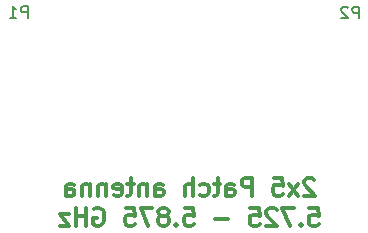
<source format=gbo>
G04 #@! TF.GenerationSoftware,KiCad,Pcbnew,(2017-07-25 revision 161045f)-master*
G04 #@! TF.CreationDate,2017-07-26T13:36:44+03:00*
G04 #@! TF.ProjectId,patch_1x5,70617463685F3178352E6B696361645F,rev?*
G04 #@! TF.SameCoordinates,Original*
G04 #@! TF.FileFunction,Legend,Bot*
G04 #@! TF.FilePolarity,Positive*
%FSLAX46Y46*%
G04 Gerber Fmt 4.6, Leading zero omitted, Abs format (unit mm)*
G04 Created by KiCad (PCBNEW (2017-07-25 revision 161045f)-master) date Wed Jul 26 13:36:44 2017*
%MOMM*%
%LPD*%
G01*
G04 APERTURE LIST*
%ADD10C,0.300000*%
%ADD11C,0.150000*%
G04 APERTURE END LIST*
D10*
X138485714Y-120546428D02*
X138414285Y-120475000D01*
X138271428Y-120403571D01*
X137914285Y-120403571D01*
X137771428Y-120475000D01*
X137700000Y-120546428D01*
X137628571Y-120689285D01*
X137628571Y-120832142D01*
X137700000Y-121046428D01*
X138557142Y-121903571D01*
X137628571Y-121903571D01*
X137128571Y-121903571D02*
X136342857Y-120903571D01*
X137128571Y-120903571D02*
X136342857Y-121903571D01*
X135057142Y-120403571D02*
X135771428Y-120403571D01*
X135842857Y-121117857D01*
X135771428Y-121046428D01*
X135628571Y-120975000D01*
X135271428Y-120975000D01*
X135128571Y-121046428D01*
X135057142Y-121117857D01*
X134985714Y-121260714D01*
X134985714Y-121617857D01*
X135057142Y-121760714D01*
X135128571Y-121832142D01*
X135271428Y-121903571D01*
X135628571Y-121903571D01*
X135771428Y-121832142D01*
X135842857Y-121760714D01*
X133200000Y-121903571D02*
X133200000Y-120403571D01*
X132628571Y-120403571D01*
X132485714Y-120475000D01*
X132414285Y-120546428D01*
X132342857Y-120689285D01*
X132342857Y-120903571D01*
X132414285Y-121046428D01*
X132485714Y-121117857D01*
X132628571Y-121189285D01*
X133200000Y-121189285D01*
X131057142Y-121903571D02*
X131057142Y-121117857D01*
X131128571Y-120975000D01*
X131271428Y-120903571D01*
X131557142Y-120903571D01*
X131700000Y-120975000D01*
X131057142Y-121832142D02*
X131200000Y-121903571D01*
X131557142Y-121903571D01*
X131700000Y-121832142D01*
X131771428Y-121689285D01*
X131771428Y-121546428D01*
X131700000Y-121403571D01*
X131557142Y-121332142D01*
X131200000Y-121332142D01*
X131057142Y-121260714D01*
X130557142Y-120903571D02*
X129985714Y-120903571D01*
X130342857Y-120403571D02*
X130342857Y-121689285D01*
X130271428Y-121832142D01*
X130128571Y-121903571D01*
X129985714Y-121903571D01*
X128842857Y-121832142D02*
X128985714Y-121903571D01*
X129271428Y-121903571D01*
X129414285Y-121832142D01*
X129485714Y-121760714D01*
X129557142Y-121617857D01*
X129557142Y-121189285D01*
X129485714Y-121046428D01*
X129414285Y-120975000D01*
X129271428Y-120903571D01*
X128985714Y-120903571D01*
X128842857Y-120975000D01*
X128200000Y-121903571D02*
X128200000Y-120403571D01*
X127557142Y-121903571D02*
X127557142Y-121117857D01*
X127628571Y-120975000D01*
X127771428Y-120903571D01*
X127985714Y-120903571D01*
X128128571Y-120975000D01*
X128200000Y-121046428D01*
X125057142Y-121903571D02*
X125057142Y-121117857D01*
X125128571Y-120975000D01*
X125271428Y-120903571D01*
X125557142Y-120903571D01*
X125700000Y-120975000D01*
X125057142Y-121832142D02*
X125200000Y-121903571D01*
X125557142Y-121903571D01*
X125700000Y-121832142D01*
X125771428Y-121689285D01*
X125771428Y-121546428D01*
X125700000Y-121403571D01*
X125557142Y-121332142D01*
X125200000Y-121332142D01*
X125057142Y-121260714D01*
X124342857Y-120903571D02*
X124342857Y-121903571D01*
X124342857Y-121046428D02*
X124271428Y-120975000D01*
X124128571Y-120903571D01*
X123914285Y-120903571D01*
X123771428Y-120975000D01*
X123700000Y-121117857D01*
X123700000Y-121903571D01*
X123200000Y-120903571D02*
X122628571Y-120903571D01*
X122985714Y-120403571D02*
X122985714Y-121689285D01*
X122914285Y-121832142D01*
X122771428Y-121903571D01*
X122628571Y-121903571D01*
X121557142Y-121832142D02*
X121700000Y-121903571D01*
X121985714Y-121903571D01*
X122128571Y-121832142D01*
X122200000Y-121689285D01*
X122200000Y-121117857D01*
X122128571Y-120975000D01*
X121985714Y-120903571D01*
X121700000Y-120903571D01*
X121557142Y-120975000D01*
X121485714Y-121117857D01*
X121485714Y-121260714D01*
X122200000Y-121403571D01*
X120842857Y-120903571D02*
X120842857Y-121903571D01*
X120842857Y-121046428D02*
X120771428Y-120975000D01*
X120628571Y-120903571D01*
X120414285Y-120903571D01*
X120271428Y-120975000D01*
X120200000Y-121117857D01*
X120200000Y-121903571D01*
X119485714Y-120903571D02*
X119485714Y-121903571D01*
X119485714Y-121046428D02*
X119414285Y-120975000D01*
X119271428Y-120903571D01*
X119057142Y-120903571D01*
X118914285Y-120975000D01*
X118842857Y-121117857D01*
X118842857Y-121903571D01*
X117485714Y-121903571D02*
X117485714Y-121117857D01*
X117557142Y-120975000D01*
X117700000Y-120903571D01*
X117985714Y-120903571D01*
X118128571Y-120975000D01*
X117485714Y-121832142D02*
X117628571Y-121903571D01*
X117985714Y-121903571D01*
X118128571Y-121832142D01*
X118200000Y-121689285D01*
X118200000Y-121546428D01*
X118128571Y-121403571D01*
X117985714Y-121332142D01*
X117628571Y-121332142D01*
X117485714Y-121260714D01*
X138092857Y-122953571D02*
X138807142Y-122953571D01*
X138878571Y-123667857D01*
X138807142Y-123596428D01*
X138664285Y-123525000D01*
X138307142Y-123525000D01*
X138164285Y-123596428D01*
X138092857Y-123667857D01*
X138021428Y-123810714D01*
X138021428Y-124167857D01*
X138092857Y-124310714D01*
X138164285Y-124382142D01*
X138307142Y-124453571D01*
X138664285Y-124453571D01*
X138807142Y-124382142D01*
X138878571Y-124310714D01*
X137378571Y-124310714D02*
X137307142Y-124382142D01*
X137378571Y-124453571D01*
X137450000Y-124382142D01*
X137378571Y-124310714D01*
X137378571Y-124453571D01*
X136807142Y-122953571D02*
X135807142Y-122953571D01*
X136450000Y-124453571D01*
X135307142Y-123096428D02*
X135235714Y-123025000D01*
X135092857Y-122953571D01*
X134735714Y-122953571D01*
X134592857Y-123025000D01*
X134521428Y-123096428D01*
X134450000Y-123239285D01*
X134450000Y-123382142D01*
X134521428Y-123596428D01*
X135378571Y-124453571D01*
X134450000Y-124453571D01*
X133092857Y-122953571D02*
X133807142Y-122953571D01*
X133878571Y-123667857D01*
X133807142Y-123596428D01*
X133664285Y-123525000D01*
X133307142Y-123525000D01*
X133164285Y-123596428D01*
X133092857Y-123667857D01*
X133021428Y-123810714D01*
X133021428Y-124167857D01*
X133092857Y-124310714D01*
X133164285Y-124382142D01*
X133307142Y-124453571D01*
X133664285Y-124453571D01*
X133807142Y-124382142D01*
X133878571Y-124310714D01*
X131235714Y-123882142D02*
X130092857Y-123882142D01*
X127521428Y-122953571D02*
X128235714Y-122953571D01*
X128307142Y-123667857D01*
X128235714Y-123596428D01*
X128092857Y-123525000D01*
X127735714Y-123525000D01*
X127592857Y-123596428D01*
X127521428Y-123667857D01*
X127450000Y-123810714D01*
X127450000Y-124167857D01*
X127521428Y-124310714D01*
X127592857Y-124382142D01*
X127735714Y-124453571D01*
X128092857Y-124453571D01*
X128235714Y-124382142D01*
X128307142Y-124310714D01*
X126807142Y-124310714D02*
X126735714Y-124382142D01*
X126807142Y-124453571D01*
X126878571Y-124382142D01*
X126807142Y-124310714D01*
X126807142Y-124453571D01*
X125878571Y-123596428D02*
X126021428Y-123525000D01*
X126092857Y-123453571D01*
X126164285Y-123310714D01*
X126164285Y-123239285D01*
X126092857Y-123096428D01*
X126021428Y-123025000D01*
X125878571Y-122953571D01*
X125592857Y-122953571D01*
X125450000Y-123025000D01*
X125378571Y-123096428D01*
X125307142Y-123239285D01*
X125307142Y-123310714D01*
X125378571Y-123453571D01*
X125450000Y-123525000D01*
X125592857Y-123596428D01*
X125878571Y-123596428D01*
X126021428Y-123667857D01*
X126092857Y-123739285D01*
X126164285Y-123882142D01*
X126164285Y-124167857D01*
X126092857Y-124310714D01*
X126021428Y-124382142D01*
X125878571Y-124453571D01*
X125592857Y-124453571D01*
X125450000Y-124382142D01*
X125378571Y-124310714D01*
X125307142Y-124167857D01*
X125307142Y-123882142D01*
X125378571Y-123739285D01*
X125450000Y-123667857D01*
X125592857Y-123596428D01*
X124807142Y-122953571D02*
X123807142Y-122953571D01*
X124450000Y-124453571D01*
X122521428Y-122953571D02*
X123235714Y-122953571D01*
X123307142Y-123667857D01*
X123235714Y-123596428D01*
X123092857Y-123525000D01*
X122735714Y-123525000D01*
X122592857Y-123596428D01*
X122521428Y-123667857D01*
X122450000Y-123810714D01*
X122450000Y-124167857D01*
X122521428Y-124310714D01*
X122592857Y-124382142D01*
X122735714Y-124453571D01*
X123092857Y-124453571D01*
X123235714Y-124382142D01*
X123307142Y-124310714D01*
X119878571Y-123025000D02*
X120021428Y-122953571D01*
X120235714Y-122953571D01*
X120450000Y-123025000D01*
X120592857Y-123167857D01*
X120664285Y-123310714D01*
X120735714Y-123596428D01*
X120735714Y-123810714D01*
X120664285Y-124096428D01*
X120592857Y-124239285D01*
X120450000Y-124382142D01*
X120235714Y-124453571D01*
X120092857Y-124453571D01*
X119878571Y-124382142D01*
X119807142Y-124310714D01*
X119807142Y-123810714D01*
X120092857Y-123810714D01*
X119164285Y-124453571D02*
X119164285Y-122953571D01*
X119164285Y-123667857D02*
X118307142Y-123667857D01*
X118307142Y-124453571D02*
X118307142Y-122953571D01*
X117735714Y-123453571D02*
X116950000Y-123453571D01*
X117735714Y-124453571D01*
X116950000Y-124453571D01*
D11*
X142288095Y-106902380D02*
X142288095Y-105902380D01*
X141907142Y-105902380D01*
X141811904Y-105950000D01*
X141764285Y-105997619D01*
X141716666Y-106092857D01*
X141716666Y-106235714D01*
X141764285Y-106330952D01*
X141811904Y-106378571D01*
X141907142Y-106426190D01*
X142288095Y-106426190D01*
X141335714Y-105997619D02*
X141288095Y-105950000D01*
X141192857Y-105902380D01*
X140954761Y-105902380D01*
X140859523Y-105950000D01*
X140811904Y-105997619D01*
X140764285Y-106092857D01*
X140764285Y-106188095D01*
X140811904Y-106330952D01*
X141383333Y-106902380D01*
X140764285Y-106902380D01*
X114238095Y-106852380D02*
X114238095Y-105852380D01*
X113857142Y-105852380D01*
X113761904Y-105900000D01*
X113714285Y-105947619D01*
X113666666Y-106042857D01*
X113666666Y-106185714D01*
X113714285Y-106280952D01*
X113761904Y-106328571D01*
X113857142Y-106376190D01*
X114238095Y-106376190D01*
X112714285Y-106852380D02*
X113285714Y-106852380D01*
X113000000Y-106852380D02*
X113000000Y-105852380D01*
X113095238Y-105995238D01*
X113190476Y-106090476D01*
X113285714Y-106138095D01*
M02*

</source>
